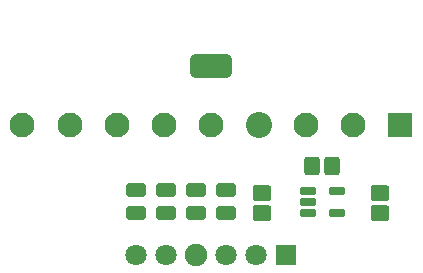
<source format=gbs>
G04 Layer_Color=16711935*
%FSLAX43Y43*%
%MOMM*%
G71*
G01*
G75*
%ADD23C,2.100*%
%ADD24C,2.203*%
G04:AMPARAMS|DCode=25|XSize=3.6mm|YSize=2.1mm|CornerRadius=0.55mm|HoleSize=0mm|Usage=FLASHONLY|Rotation=180.000|XOffset=0mm|YOffset=0mm|HoleType=Round|Shape=RoundedRectangle|*
%AMROUNDEDRECTD25*
21,1,3.600,1.000,0,0,180.0*
21,1,2.500,2.100,0,0,180.0*
1,1,1.100,-1.250,0.500*
1,1,1.100,1.250,0.500*
1,1,1.100,1.250,-0.500*
1,1,1.100,-1.250,-0.500*
%
%ADD25ROUNDEDRECTD25*%
%ADD26R,2.100X2.100*%
%ADD27C,0.100*%
%ADD28C,1.800*%
%ADD29C,1.903*%
%ADD30R,1.800X1.800*%
G04:AMPARAMS|DCode=31|XSize=1.63mm|YSize=1.12mm|CornerRadius=0.177mm|HoleSize=0mm|Usage=FLASHONLY|Rotation=180.000|XOffset=0mm|YOffset=0mm|HoleType=Round|Shape=RoundedRectangle|*
%AMROUNDEDRECTD31*
21,1,1.630,0.765,0,0,180.0*
21,1,1.275,1.120,0,0,180.0*
1,1,0.355,-0.637,0.383*
1,1,0.355,0.637,0.383*
1,1,0.355,0.637,-0.383*
1,1,0.355,-0.637,-0.383*
%
%ADD31ROUNDEDRECTD31*%
G04:AMPARAMS|DCode=32|XSize=1.31mm|YSize=1.56mm|CornerRadius=0.201mm|HoleSize=0mm|Usage=FLASHONLY|Rotation=0.000|XOffset=0mm|YOffset=0mm|HoleType=Round|Shape=RoundedRectangle|*
%AMROUNDEDRECTD32*
21,1,1.310,1.157,0,0,0.0*
21,1,0.907,1.560,0,0,0.0*
1,1,0.403,0.454,-0.579*
1,1,0.403,-0.454,-0.579*
1,1,0.403,-0.454,0.579*
1,1,0.403,0.454,0.579*
%
%ADD32ROUNDEDRECTD32*%
G04:AMPARAMS|DCode=33|XSize=0.71mm|YSize=1.36mm|CornerRadius=0.126mm|HoleSize=0mm|Usage=FLASHONLY|Rotation=270.000|XOffset=0mm|YOffset=0mm|HoleType=Round|Shape=RoundedRectangle|*
%AMROUNDEDRECTD33*
21,1,0.710,1.107,0,0,270.0*
21,1,0.458,1.360,0,0,270.0*
1,1,0.253,-0.554,-0.229*
1,1,0.253,-0.554,0.229*
1,1,0.253,0.554,0.229*
1,1,0.253,0.554,-0.229*
%
%ADD33ROUNDEDRECTD33*%
G04:AMPARAMS|DCode=34|XSize=1.31mm|YSize=1.56mm|CornerRadius=0.201mm|HoleSize=0mm|Usage=FLASHONLY|Rotation=270.000|XOffset=0mm|YOffset=0mm|HoleType=Round|Shape=RoundedRectangle|*
%AMROUNDEDRECTD34*
21,1,1.310,1.157,0,0,270.0*
21,1,0.907,1.560,0,0,270.0*
1,1,0.403,-0.579,-0.454*
1,1,0.403,-0.579,0.454*
1,1,0.403,0.579,0.454*
1,1,0.403,0.579,-0.454*
%
%ADD34ROUNDEDRECTD34*%
D23*
X16000Y13000D02*
D03*
X28000D02*
D03*
X32000D02*
D03*
X20000D02*
D03*
X12000D02*
D03*
X8000D02*
D03*
X4000D02*
D03*
D24*
X24000D02*
D03*
D25*
X20000Y18000D02*
D03*
D26*
X36000Y13000D02*
D03*
D27*
X20000Y23000D02*
D03*
D28*
X16185Y2000D02*
D03*
X23805Y2000D02*
D03*
X21265Y2000D02*
D03*
X13645Y2000D02*
D03*
D29*
X18725Y2000D02*
D03*
D30*
X26345Y2000D02*
D03*
D31*
X13645Y7557D02*
D03*
X13645Y5543D02*
D03*
X16185Y7557D02*
D03*
X16185Y5543D02*
D03*
X18725Y7557D02*
D03*
X18725Y5543D02*
D03*
X21265Y7557D02*
D03*
X21265Y5543D02*
D03*
D32*
X30245Y9563D02*
D03*
X28555Y9563D02*
D03*
D33*
X30625Y5550D02*
D03*
X30625Y7450D02*
D03*
X28175Y7450D02*
D03*
X28175Y6500D02*
D03*
X28175Y5550D02*
D03*
D34*
X24300Y5585D02*
D03*
X24300Y7275D02*
D03*
X34300Y5585D02*
D03*
X34300Y7275D02*
D03*
M02*

</source>
